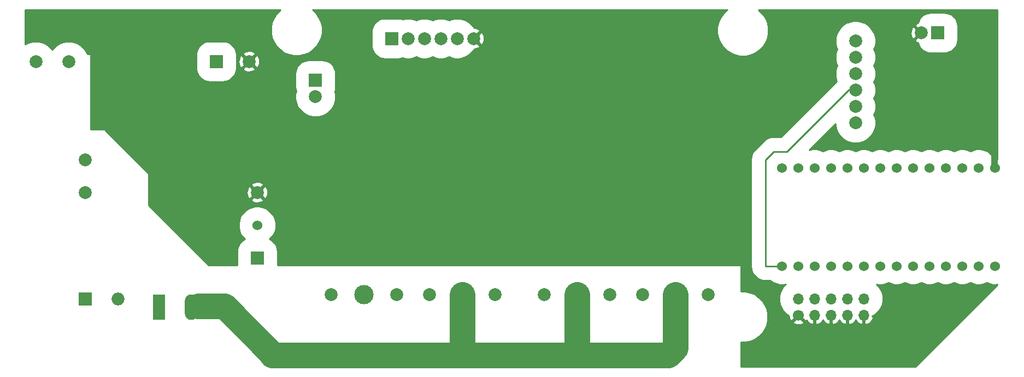
<source format=gbr>
G04 #@! TF.GenerationSoftware,KiCad,Pcbnew,5.1.5*
G04 #@! TF.CreationDate,2020-01-03T21:14:40-05:00*
G04 #@! TF.ProjectId,Poofer Control,506f6f66-6572-4204-936f-6e74726f6c2e,rev?*
G04 #@! TF.SameCoordinates,Original*
G04 #@! TF.FileFunction,Copper,L1,Top*
G04 #@! TF.FilePolarity,Positive*
%FSLAX46Y46*%
G04 Gerber Fmt 4.6, Leading zero omitted, Abs format (unit mm)*
G04 Created by KiCad (PCBNEW 5.1.5) date 2020-01-03 21:14:40*
%MOMM*%
%LPD*%
G04 APERTURE LIST*
%ADD10C,2.000000*%
%ADD11R,2.000000X2.000000*%
%ADD12C,3.000000*%
%ADD13O,1.980000X3.960000*%
%ADD14R,1.980000X3.960000*%
%ADD15C,1.524000*%
%ADD16O,2.000000X2.000000*%
%ADD17C,1.700000*%
%ADD18O,1.700000X1.700000*%
%ADD19C,0.800000*%
%ADD20C,0.250000*%
%ADD21C,4.000000*%
%ADD22C,1.000000*%
%ADD23C,0.254000*%
G04 APERTURE END LIST*
D10*
X144018000Y-54864000D03*
X141478000Y-54864000D03*
X138938000Y-54864000D03*
X136398000Y-54864000D03*
X133858000Y-54864000D03*
D11*
X131318000Y-54864000D03*
D10*
X119507000Y-63881000D03*
D11*
X119507000Y-61341000D03*
D10*
X147320000Y-94615000D03*
D12*
X142240000Y-94615000D03*
D10*
X137160000Y-94615000D03*
X132080000Y-94615000D03*
D12*
X127000000Y-94615000D03*
D10*
X121920000Y-94615000D03*
X154940000Y-94615000D03*
D12*
X160020000Y-94615000D03*
D10*
X165100000Y-94615000D03*
X170180000Y-94615000D03*
D12*
X175260000Y-94615000D03*
D10*
X180340000Y-94615000D03*
D13*
X100250000Y-96520000D03*
D14*
X95250000Y-96520000D03*
D10*
X110490000Y-78740000D03*
D15*
X110490000Y-83820000D03*
D11*
X110490000Y-88900000D03*
D10*
X83820000Y-78740000D03*
X83820000Y-73660000D03*
D15*
X191770000Y-74930000D03*
X194310000Y-74930000D03*
X196850000Y-74930000D03*
X199390000Y-74930000D03*
X201930000Y-74930000D03*
X204470000Y-74930000D03*
X207010000Y-74930000D03*
X209550000Y-74930000D03*
X212090000Y-74930000D03*
X214630000Y-74930000D03*
X217170000Y-74930000D03*
X219710000Y-74930000D03*
X222250000Y-74930000D03*
X224790000Y-74930000D03*
X224790000Y-90170000D03*
X222250000Y-90170000D03*
X219710000Y-90170000D03*
X217170000Y-90170000D03*
X214630000Y-90170000D03*
X212090000Y-90170000D03*
X209550000Y-90170000D03*
X207010000Y-90170000D03*
X204470000Y-90170000D03*
X201930000Y-90170000D03*
X199390000Y-90170000D03*
X196850000Y-90170000D03*
X194310000Y-90170000D03*
X191770000Y-90170000D03*
D10*
X203200000Y-67945000D03*
X203200000Y-65405000D03*
X203200000Y-62865000D03*
X203200000Y-60325000D03*
X203200000Y-57785000D03*
X203200000Y-55245000D03*
X213360000Y-53975000D03*
D11*
X215900000Y-53975000D03*
D10*
X81280000Y-58420000D03*
X76200000Y-58420000D03*
D11*
X104140000Y-58420000D03*
D10*
X109220000Y-58420000D03*
D16*
X88900000Y-95250000D03*
D11*
X83820000Y-95250000D03*
D17*
X194310000Y-97790000D03*
D18*
X194310000Y-95250000D03*
X196850000Y-97790000D03*
X196850000Y-95250000D03*
X199390000Y-97790000D03*
X199390000Y-95250000D03*
X201930000Y-97790000D03*
X201930000Y-95250000D03*
X204470000Y-97790000D03*
X204470000Y-95250000D03*
D19*
X224700000Y-70800000D03*
D20*
X191770000Y-90170000D02*
X189230000Y-90170000D01*
X202122370Y-62865000D02*
X192597370Y-72390000D01*
X203200000Y-62865000D02*
X202122370Y-62865000D01*
X192597370Y-72390000D02*
X190500000Y-72390000D01*
X190500000Y-72390000D02*
X189230000Y-73660000D01*
X189230000Y-73660000D02*
X189230000Y-90170000D01*
D21*
X175260000Y-102940000D02*
X175260000Y-94615000D01*
X174200000Y-104000000D02*
X175260000Y-102940000D01*
X160020000Y-103420000D02*
X160600000Y-104000000D01*
X160020000Y-94615000D02*
X160020000Y-103420000D01*
X160600000Y-104000000D02*
X174200000Y-104000000D01*
X142240000Y-103540000D02*
X142700000Y-104000000D01*
X142240000Y-94615000D02*
X142240000Y-103540000D01*
X112800000Y-104000000D02*
X142700000Y-104000000D01*
X142700000Y-104000000D02*
X160600000Y-104000000D01*
X112800000Y-104000000D02*
X112800000Y-103800000D01*
X112800000Y-103800000D02*
X105400000Y-96400000D01*
X105400000Y-96400000D02*
X101400000Y-96400000D01*
D22*
X224700000Y-74840000D02*
X224790000Y-74930000D01*
X224700000Y-70800000D02*
X224700000Y-74840000D01*
D23*
G36*
X114046130Y-50445540D02*
G01*
X113491160Y-51000510D01*
X113055122Y-51653087D01*
X112754775Y-52378190D01*
X112601659Y-53147957D01*
X112601659Y-53932803D01*
X112754775Y-54702570D01*
X113055122Y-55427673D01*
X113491160Y-56080250D01*
X114046130Y-56635220D01*
X114698707Y-57071258D01*
X115423810Y-57371605D01*
X116193577Y-57524721D01*
X116978423Y-57524721D01*
X117748190Y-57371605D01*
X118473293Y-57071258D01*
X119125870Y-56635220D01*
X119680840Y-56080250D01*
X120116878Y-55427673D01*
X120417225Y-54702570D01*
X120570341Y-53932803D01*
X120570341Y-53864000D01*
X128180709Y-53864000D01*
X128180709Y-55864000D01*
X128221776Y-56280965D01*
X128343401Y-56681906D01*
X128540907Y-57051415D01*
X128806707Y-57375293D01*
X129130585Y-57641093D01*
X129500094Y-57838599D01*
X129901035Y-57960224D01*
X130318000Y-58001291D01*
X132318000Y-58001291D01*
X132734965Y-57960224D01*
X132996479Y-57880894D01*
X133550017Y-57991000D01*
X134165983Y-57991000D01*
X134770112Y-57870831D01*
X135128000Y-57722589D01*
X135485888Y-57870831D01*
X136090017Y-57991000D01*
X136705983Y-57991000D01*
X137310112Y-57870831D01*
X137668000Y-57722589D01*
X138025888Y-57870831D01*
X138630017Y-57991000D01*
X139245983Y-57991000D01*
X139850112Y-57870831D01*
X140208000Y-57722589D01*
X140565888Y-57870831D01*
X141170017Y-57991000D01*
X141785983Y-57991000D01*
X142390112Y-57870831D01*
X142959190Y-57635111D01*
X143471346Y-57292899D01*
X143906899Y-56857346D01*
X144148029Y-56496471D01*
X144399675Y-56461961D01*
X144704088Y-56356795D01*
X144878044Y-56263814D01*
X144973808Y-55999413D01*
X144528910Y-55554515D01*
X144588506Y-55254901D01*
X145153413Y-55819808D01*
X145417814Y-55724044D01*
X145558704Y-55434429D01*
X145640384Y-55122892D01*
X145659718Y-54801405D01*
X145615961Y-54482325D01*
X145510795Y-54177912D01*
X145417814Y-54003956D01*
X145153413Y-53908192D01*
X144588506Y-54473099D01*
X144528910Y-54173485D01*
X144973808Y-53728587D01*
X144878044Y-53464186D01*
X144588429Y-53323296D01*
X144276892Y-53241616D01*
X144149655Y-53233964D01*
X143906899Y-52870654D01*
X143471346Y-52435101D01*
X142959190Y-52092889D01*
X142390112Y-51857169D01*
X141785983Y-51737000D01*
X141170017Y-51737000D01*
X140565888Y-51857169D01*
X140208000Y-52005411D01*
X139850112Y-51857169D01*
X139245983Y-51737000D01*
X138630017Y-51737000D01*
X138025888Y-51857169D01*
X137668000Y-52005411D01*
X137310112Y-51857169D01*
X136705983Y-51737000D01*
X136090017Y-51737000D01*
X135485888Y-51857169D01*
X135128000Y-52005411D01*
X134770112Y-51857169D01*
X134165983Y-51737000D01*
X133550017Y-51737000D01*
X132996479Y-51847106D01*
X132734965Y-51767776D01*
X132318000Y-51726709D01*
X130318000Y-51726709D01*
X129901035Y-51767776D01*
X129500094Y-51889401D01*
X129130585Y-52086907D01*
X128806707Y-52352707D01*
X128540907Y-52676585D01*
X128343401Y-53046094D01*
X128221776Y-53447035D01*
X128180709Y-53864000D01*
X120570341Y-53864000D01*
X120570341Y-53147957D01*
X120417225Y-52378190D01*
X120116878Y-51653087D01*
X119680840Y-51000510D01*
X119125870Y-50445540D01*
X119075674Y-50412000D01*
X183318194Y-50412000D01*
X183187750Y-50499160D01*
X182632780Y-51054130D01*
X182196742Y-51706707D01*
X181896395Y-52431810D01*
X181743279Y-53201577D01*
X181743279Y-53986423D01*
X181896395Y-54756190D01*
X182196742Y-55481293D01*
X182632780Y-56133870D01*
X183187750Y-56688840D01*
X183840327Y-57124878D01*
X184565430Y-57425225D01*
X185335197Y-57578341D01*
X186120043Y-57578341D01*
X186889810Y-57425225D01*
X187614913Y-57124878D01*
X188267490Y-56688840D01*
X188822460Y-56133870D01*
X189258498Y-55481293D01*
X189558845Y-54756190D01*
X189711961Y-53986423D01*
X189711961Y-53201577D01*
X189558845Y-52431810D01*
X189258498Y-51706707D01*
X188822460Y-51054130D01*
X188267490Y-50499160D01*
X188137046Y-50412000D01*
X225178000Y-50412000D01*
X225178001Y-73586911D01*
X224992865Y-73540977D01*
X224790104Y-73531471D01*
X224494033Y-73088370D01*
X224091630Y-72685967D01*
X223618455Y-72369801D01*
X223092690Y-72152022D01*
X222534542Y-72041000D01*
X221965458Y-72041000D01*
X221407310Y-72152022D01*
X220980000Y-72329020D01*
X220552690Y-72152022D01*
X219994542Y-72041000D01*
X219425458Y-72041000D01*
X218867310Y-72152022D01*
X218440000Y-72329020D01*
X218012690Y-72152022D01*
X217454542Y-72041000D01*
X216885458Y-72041000D01*
X216327310Y-72152022D01*
X215900000Y-72329020D01*
X215472690Y-72152022D01*
X214914542Y-72041000D01*
X214345458Y-72041000D01*
X213787310Y-72152022D01*
X213360000Y-72329020D01*
X212932690Y-72152022D01*
X212374542Y-72041000D01*
X211805458Y-72041000D01*
X211247310Y-72152022D01*
X210820000Y-72329020D01*
X210392690Y-72152022D01*
X209834542Y-72041000D01*
X209265458Y-72041000D01*
X208707310Y-72152022D01*
X208280000Y-72329020D01*
X207852690Y-72152022D01*
X207294542Y-72041000D01*
X206725458Y-72041000D01*
X206167310Y-72152022D01*
X205740000Y-72329020D01*
X205312690Y-72152022D01*
X204754542Y-72041000D01*
X204185458Y-72041000D01*
X203627310Y-72152022D01*
X203200000Y-72329020D01*
X202772690Y-72152022D01*
X202214542Y-72041000D01*
X201645458Y-72041000D01*
X201087310Y-72152022D01*
X200660000Y-72329020D01*
X200232690Y-72152022D01*
X199674542Y-72041000D01*
X199105458Y-72041000D01*
X198547310Y-72152022D01*
X198120000Y-72329020D01*
X197692690Y-72152022D01*
X197134542Y-72041000D01*
X196565458Y-72041000D01*
X196023345Y-72148832D01*
X200073000Y-68099178D01*
X200073000Y-68252983D01*
X200193169Y-68857112D01*
X200428889Y-69426190D01*
X200771101Y-69938346D01*
X201206654Y-70373899D01*
X201718810Y-70716111D01*
X202287888Y-70951831D01*
X202892017Y-71072000D01*
X203507983Y-71072000D01*
X204112112Y-70951831D01*
X204681190Y-70716111D01*
X205193346Y-70373899D01*
X205628899Y-69938346D01*
X205971111Y-69426190D01*
X206206831Y-68857112D01*
X206327000Y-68252983D01*
X206327000Y-67637017D01*
X206206831Y-67032888D01*
X206058589Y-66675000D01*
X206206831Y-66317112D01*
X206327000Y-65712983D01*
X206327000Y-65097017D01*
X206206831Y-64492888D01*
X206058589Y-64135000D01*
X206206831Y-63777112D01*
X206327000Y-63172983D01*
X206327000Y-62557017D01*
X206206831Y-61952888D01*
X206058589Y-61595000D01*
X206206831Y-61237112D01*
X206327000Y-60632983D01*
X206327000Y-60017017D01*
X206206831Y-59412888D01*
X206058589Y-59055000D01*
X206206831Y-58697112D01*
X206327000Y-58092983D01*
X206327000Y-57477017D01*
X206206831Y-56872888D01*
X206058589Y-56515000D01*
X206206831Y-56157112D01*
X206327000Y-55552983D01*
X206327000Y-54937017D01*
X206206831Y-54332888D01*
X206084517Y-54037595D01*
X211718282Y-54037595D01*
X211762039Y-54356675D01*
X211867205Y-54661088D01*
X211960186Y-54835044D01*
X212224587Y-54930808D01*
X212762709Y-54392686D01*
X212762709Y-54751896D01*
X212404192Y-55110413D01*
X212499956Y-55374814D01*
X212789571Y-55515704D01*
X212845783Y-55530442D01*
X212925401Y-55792906D01*
X213122907Y-56162415D01*
X213388707Y-56486293D01*
X213712585Y-56752093D01*
X214082094Y-56949599D01*
X214483035Y-57071224D01*
X214900000Y-57112291D01*
X216900000Y-57112291D01*
X217316965Y-57071224D01*
X217717906Y-56949599D01*
X218087415Y-56752093D01*
X218411293Y-56486293D01*
X218677093Y-56162415D01*
X218874599Y-55792906D01*
X218996224Y-55391965D01*
X219037291Y-54975000D01*
X219037291Y-52975000D01*
X218996224Y-52558035D01*
X218874599Y-52157094D01*
X218677093Y-51787585D01*
X218411293Y-51463707D01*
X218087415Y-51197907D01*
X217717906Y-51000401D01*
X217316965Y-50878776D01*
X216900000Y-50837709D01*
X214900000Y-50837709D01*
X214483035Y-50878776D01*
X214082094Y-51000401D01*
X213712585Y-51197907D01*
X213388707Y-51463707D01*
X213122907Y-51787585D01*
X212925401Y-52157094D01*
X212844675Y-52423211D01*
X212673912Y-52482205D01*
X212499956Y-52575186D01*
X212404192Y-52839587D01*
X212762709Y-53198104D01*
X212762709Y-53557314D01*
X212224587Y-53019192D01*
X211960186Y-53114956D01*
X211819296Y-53404571D01*
X211737616Y-53716108D01*
X211718282Y-54037595D01*
X206084517Y-54037595D01*
X205971111Y-53763810D01*
X205628899Y-53251654D01*
X205193346Y-52816101D01*
X204681190Y-52473889D01*
X204112112Y-52238169D01*
X203507983Y-52118000D01*
X202892017Y-52118000D01*
X202287888Y-52238169D01*
X201718810Y-52473889D01*
X201206654Y-52816101D01*
X200771101Y-53251654D01*
X200428889Y-53763810D01*
X200193169Y-54332888D01*
X200073000Y-54937017D01*
X200073000Y-55552983D01*
X200193169Y-56157112D01*
X200341411Y-56515000D01*
X200193169Y-56872888D01*
X200073000Y-57477017D01*
X200073000Y-58092983D01*
X200193169Y-58697112D01*
X200341411Y-59055000D01*
X200193169Y-59412888D01*
X200073000Y-60017017D01*
X200073000Y-60632983D01*
X200193169Y-61237112D01*
X200302207Y-61500354D01*
X191664563Y-70138000D01*
X190610618Y-70138000D01*
X190499999Y-70127105D01*
X190389381Y-70138000D01*
X190389371Y-70138000D01*
X190058531Y-70170585D01*
X189634027Y-70299357D01*
X189242802Y-70508471D01*
X188899891Y-70789891D01*
X188829365Y-70875827D01*
X187715831Y-71989361D01*
X187629891Y-72059891D01*
X187348471Y-72402802D01*
X187139357Y-72794028D01*
X187010585Y-73218532D01*
X186978000Y-73549372D01*
X186978000Y-73549379D01*
X186967105Y-73660000D01*
X186978000Y-73770621D01*
X186978001Y-90059361D01*
X186967104Y-90170000D01*
X187010585Y-90611469D01*
X187139357Y-91035973D01*
X187348471Y-91427198D01*
X187629891Y-91770109D01*
X187972802Y-92051529D01*
X188364027Y-92260643D01*
X188788531Y-92389415D01*
X189119371Y-92422000D01*
X189119372Y-92422000D01*
X189230000Y-92432896D01*
X189340629Y-92422000D01*
X189940293Y-92422000D01*
X190401545Y-92730199D01*
X190927310Y-92947978D01*
X191485458Y-93059000D01*
X192054542Y-93059000D01*
X192349571Y-93000315D01*
X191997613Y-93352273D01*
X191671817Y-93839862D01*
X191447405Y-94381641D01*
X191333000Y-94956791D01*
X191333000Y-95543209D01*
X191447405Y-96118359D01*
X191671817Y-96660138D01*
X191997613Y-97147727D01*
X192412273Y-97562387D01*
X192820607Y-97835227D01*
X192819389Y-97858531D01*
X192861401Y-98148019D01*
X192959081Y-98423747D01*
X193032528Y-98561157D01*
X193281603Y-98638792D01*
X193747050Y-98173345D01*
X194016791Y-98227000D01*
X194052605Y-98227000D01*
X193461208Y-98818397D01*
X193538843Y-99067472D01*
X193802883Y-99193371D01*
X194086411Y-99265339D01*
X194378531Y-99280611D01*
X194668019Y-99238599D01*
X194943747Y-99140919D01*
X195081157Y-99067472D01*
X195158792Y-98818397D01*
X194567395Y-98227000D01*
X194603209Y-98227000D01*
X194872950Y-98173345D01*
X195338397Y-98638792D01*
X195587472Y-98561157D01*
X195588231Y-98559564D01*
X195654822Y-98671355D01*
X195849731Y-98887588D01*
X196083080Y-99061641D01*
X196345901Y-99186825D01*
X196493110Y-99231476D01*
X196723000Y-99110155D01*
X196723000Y-98227000D01*
X196977000Y-98227000D01*
X196977000Y-99110155D01*
X197206890Y-99231476D01*
X197354099Y-99186825D01*
X197616920Y-99061641D01*
X197850269Y-98887588D01*
X198045178Y-98671355D01*
X198120000Y-98545745D01*
X198194822Y-98671355D01*
X198389731Y-98887588D01*
X198623080Y-99061641D01*
X198885901Y-99186825D01*
X199033110Y-99231476D01*
X199263000Y-99110155D01*
X199263000Y-98227000D01*
X199517000Y-98227000D01*
X199517000Y-99110155D01*
X199746890Y-99231476D01*
X199894099Y-99186825D01*
X200156920Y-99061641D01*
X200390269Y-98887588D01*
X200585178Y-98671355D01*
X200660000Y-98545745D01*
X200734822Y-98671355D01*
X200929731Y-98887588D01*
X201163080Y-99061641D01*
X201425901Y-99186825D01*
X201573110Y-99231476D01*
X201803000Y-99110155D01*
X201803000Y-98227000D01*
X202057000Y-98227000D01*
X202057000Y-99110155D01*
X202286890Y-99231476D01*
X202434099Y-99186825D01*
X202696920Y-99061641D01*
X202930269Y-98887588D01*
X203125178Y-98671355D01*
X203200000Y-98545745D01*
X203274822Y-98671355D01*
X203469731Y-98887588D01*
X203703080Y-99061641D01*
X203965901Y-99186825D01*
X204113110Y-99231476D01*
X204343000Y-99110155D01*
X204343000Y-98227000D01*
X204597000Y-98227000D01*
X204597000Y-99110155D01*
X204826890Y-99231476D01*
X204974099Y-99186825D01*
X205236920Y-99061641D01*
X205470269Y-98887588D01*
X205665178Y-98671355D01*
X205814157Y-98421252D01*
X205911481Y-98146891D01*
X205794342Y-97923721D01*
X205810563Y-97917002D01*
X205955000Y-97917002D01*
X205955000Y-97838162D01*
X206367727Y-97562387D01*
X206782387Y-97147727D01*
X207108183Y-96660138D01*
X207332595Y-96118359D01*
X207447000Y-95543209D01*
X207447000Y-94956791D01*
X207332595Y-94381641D01*
X207108183Y-93839862D01*
X206782387Y-93352273D01*
X206430429Y-93000315D01*
X206725458Y-93059000D01*
X207294542Y-93059000D01*
X207852690Y-92947978D01*
X208280000Y-92770980D01*
X208707310Y-92947978D01*
X209265458Y-93059000D01*
X209834542Y-93059000D01*
X210392690Y-92947978D01*
X210820000Y-92770980D01*
X211247310Y-92947978D01*
X211805458Y-93059000D01*
X212374542Y-93059000D01*
X212932690Y-92947978D01*
X213360000Y-92770980D01*
X213787310Y-92947978D01*
X214345458Y-93059000D01*
X214914542Y-93059000D01*
X215472690Y-92947978D01*
X215900000Y-92770980D01*
X216327310Y-92947978D01*
X216885458Y-93059000D01*
X217454542Y-93059000D01*
X218012690Y-92947978D01*
X218440000Y-92770980D01*
X218867310Y-92947978D01*
X219425458Y-93059000D01*
X219994542Y-93059000D01*
X220552690Y-92947978D01*
X220980000Y-92770980D01*
X221407310Y-92947978D01*
X221965458Y-93059000D01*
X222534542Y-93059000D01*
X223092690Y-92947978D01*
X223520000Y-92770980D01*
X223947310Y-92947978D01*
X224505458Y-93059000D01*
X225074542Y-93059000D01*
X225178001Y-93038421D01*
X225178001Y-93088611D01*
X212468614Y-105798000D01*
X185427000Y-105798000D01*
X185427000Y-102010995D01*
X186062937Y-102010995D01*
X186825864Y-101859239D01*
X187544526Y-101561560D01*
X188191305Y-101129396D01*
X188741345Y-100579356D01*
X189173509Y-99932577D01*
X189471188Y-99213915D01*
X189622944Y-98450988D01*
X189622944Y-97673114D01*
X189471188Y-96910187D01*
X189173509Y-96191525D01*
X188741345Y-95544746D01*
X188191305Y-94994706D01*
X187544526Y-94562542D01*
X186825864Y-94264863D01*
X186062937Y-94113107D01*
X185427000Y-94113107D01*
X185427000Y-90200000D01*
X185424560Y-90175224D01*
X185417333Y-90151399D01*
X185405597Y-90129443D01*
X185389803Y-90110197D01*
X185370557Y-90094403D01*
X185348601Y-90082667D01*
X185324776Y-90075440D01*
X185300000Y-90073000D01*
X113610252Y-90073000D01*
X113627291Y-89900000D01*
X113627291Y-87900000D01*
X113586224Y-87483035D01*
X113464599Y-87082094D01*
X113267093Y-86712585D01*
X113001293Y-86388707D01*
X112677415Y-86122907D01*
X112413709Y-85981954D01*
X112734033Y-85661630D01*
X113050199Y-85188455D01*
X113267978Y-84662690D01*
X113379000Y-84104542D01*
X113379000Y-83535458D01*
X113267978Y-82977310D01*
X113050199Y-82451545D01*
X112734033Y-81978370D01*
X112331630Y-81575967D01*
X111858455Y-81259801D01*
X111332690Y-81042022D01*
X110774542Y-80931000D01*
X110205458Y-80931000D01*
X109647310Y-81042022D01*
X109121545Y-81259801D01*
X108648370Y-81575967D01*
X108245967Y-81978370D01*
X107929801Y-82451545D01*
X107712022Y-82977310D01*
X107601000Y-83535458D01*
X107601000Y-84104542D01*
X107712022Y-84662690D01*
X107929801Y-85188455D01*
X108245967Y-85661630D01*
X108566291Y-85981954D01*
X108302585Y-86122907D01*
X107978707Y-86388707D01*
X107712907Y-86712585D01*
X107515401Y-87082094D01*
X107393776Y-87483035D01*
X107352709Y-87900000D01*
X107352709Y-89900000D01*
X107369748Y-90073000D01*
X102952606Y-90073000D01*
X93627000Y-80747394D01*
X93627000Y-79875413D01*
X109534192Y-79875413D01*
X109629956Y-80139814D01*
X109919571Y-80280704D01*
X110231108Y-80362384D01*
X110552595Y-80381718D01*
X110871675Y-80337961D01*
X111176088Y-80232795D01*
X111350044Y-80139814D01*
X111445808Y-79875413D01*
X110490000Y-78919605D01*
X109534192Y-79875413D01*
X93627000Y-79875413D01*
X93627000Y-78802595D01*
X108848282Y-78802595D01*
X108892039Y-79121675D01*
X108997205Y-79426088D01*
X109090186Y-79600044D01*
X109354587Y-79695808D01*
X110310395Y-78740000D01*
X110669605Y-78740000D01*
X111625413Y-79695808D01*
X111889814Y-79600044D01*
X112030704Y-79310429D01*
X112112384Y-78998892D01*
X112131718Y-78677405D01*
X112087961Y-78358325D01*
X111982795Y-78053912D01*
X111889814Y-77879956D01*
X111625413Y-77784192D01*
X110669605Y-78740000D01*
X110310395Y-78740000D01*
X109354587Y-77784192D01*
X109090186Y-77879956D01*
X108949296Y-78169571D01*
X108867616Y-78481108D01*
X108848282Y-78802595D01*
X93627000Y-78802595D01*
X93627000Y-77604587D01*
X109534192Y-77604587D01*
X110490000Y-78560395D01*
X111445808Y-77604587D01*
X111350044Y-77340186D01*
X111060429Y-77199296D01*
X110748892Y-77117616D01*
X110427405Y-77098282D01*
X110108325Y-77142039D01*
X109803912Y-77247205D01*
X109629956Y-77340186D01*
X109534192Y-77604587D01*
X93627000Y-77604587D01*
X93627000Y-75800000D01*
X93624560Y-75775224D01*
X93617333Y-75751399D01*
X93605597Y-75729443D01*
X93589803Y-75710197D01*
X86889803Y-69010197D01*
X86870557Y-68994403D01*
X86848601Y-68982667D01*
X86824776Y-68975440D01*
X86800000Y-68973000D01*
X84727000Y-68973000D01*
X84727000Y-57420000D01*
X101002709Y-57420000D01*
X101002709Y-59420000D01*
X101043776Y-59836965D01*
X101165401Y-60237906D01*
X101362907Y-60607415D01*
X101628707Y-60931293D01*
X101952585Y-61197093D01*
X102322094Y-61394599D01*
X102723035Y-61516224D01*
X103140000Y-61557291D01*
X105140000Y-61557291D01*
X105556965Y-61516224D01*
X105957906Y-61394599D01*
X106327415Y-61197093D01*
X106651293Y-60931293D01*
X106917093Y-60607415D01*
X107059494Y-60341000D01*
X116369709Y-60341000D01*
X116369709Y-62341000D01*
X116410776Y-62757965D01*
X116490106Y-63019479D01*
X116380000Y-63573017D01*
X116380000Y-64188983D01*
X116500169Y-64793112D01*
X116735889Y-65362190D01*
X117078101Y-65874346D01*
X117513654Y-66309899D01*
X118025810Y-66652111D01*
X118594888Y-66887831D01*
X119199017Y-67008000D01*
X119814983Y-67008000D01*
X120419112Y-66887831D01*
X120988190Y-66652111D01*
X121500346Y-66309899D01*
X121935899Y-65874346D01*
X122278111Y-65362190D01*
X122513831Y-64793112D01*
X122634000Y-64188983D01*
X122634000Y-63573017D01*
X122523894Y-63019479D01*
X122603224Y-62757965D01*
X122644291Y-62341000D01*
X122644291Y-60341000D01*
X122603224Y-59924035D01*
X122481599Y-59523094D01*
X122284093Y-59153585D01*
X122018293Y-58829707D01*
X121694415Y-58563907D01*
X121324906Y-58366401D01*
X120923965Y-58244776D01*
X120507000Y-58203709D01*
X118507000Y-58203709D01*
X118090035Y-58244776D01*
X117689094Y-58366401D01*
X117319585Y-58563907D01*
X116995707Y-58829707D01*
X116729907Y-59153585D01*
X116532401Y-59523094D01*
X116410776Y-59924035D01*
X116369709Y-60341000D01*
X107059494Y-60341000D01*
X107114599Y-60237906D01*
X107236224Y-59836965D01*
X107263954Y-59555413D01*
X108264192Y-59555413D01*
X108359956Y-59819814D01*
X108649571Y-59960704D01*
X108961108Y-60042384D01*
X109282595Y-60061718D01*
X109601675Y-60017961D01*
X109906088Y-59912795D01*
X110080044Y-59819814D01*
X110175808Y-59555413D01*
X109220000Y-58599605D01*
X108264192Y-59555413D01*
X107263954Y-59555413D01*
X107277291Y-59420000D01*
X107277291Y-58482595D01*
X107578282Y-58482595D01*
X107622039Y-58801675D01*
X107727205Y-59106088D01*
X107820186Y-59280044D01*
X108084587Y-59375808D01*
X109040395Y-58420000D01*
X109399605Y-58420000D01*
X110355413Y-59375808D01*
X110619814Y-59280044D01*
X110760704Y-58990429D01*
X110842384Y-58678892D01*
X110861718Y-58357405D01*
X110817961Y-58038325D01*
X110712795Y-57733912D01*
X110619814Y-57559956D01*
X110355413Y-57464192D01*
X109399605Y-58420000D01*
X109040395Y-58420000D01*
X108084587Y-57464192D01*
X107820186Y-57559956D01*
X107679296Y-57849571D01*
X107597616Y-58161108D01*
X107578282Y-58482595D01*
X107277291Y-58482595D01*
X107277291Y-57420000D01*
X107263955Y-57284587D01*
X108264192Y-57284587D01*
X109220000Y-58240395D01*
X110175808Y-57284587D01*
X110080044Y-57020186D01*
X109790429Y-56879296D01*
X109478892Y-56797616D01*
X109157405Y-56778282D01*
X108838325Y-56822039D01*
X108533912Y-56927205D01*
X108359956Y-57020186D01*
X108264192Y-57284587D01*
X107263955Y-57284587D01*
X107236224Y-57003035D01*
X107114599Y-56602094D01*
X106917093Y-56232585D01*
X106651293Y-55908707D01*
X106327415Y-55642907D01*
X105957906Y-55445401D01*
X105556965Y-55323776D01*
X105140000Y-55282709D01*
X103140000Y-55282709D01*
X102723035Y-55323776D01*
X102322094Y-55445401D01*
X101952585Y-55642907D01*
X101628707Y-55908707D01*
X101362907Y-56232585D01*
X101165401Y-56602094D01*
X101043776Y-57003035D01*
X101002709Y-57420000D01*
X84727000Y-57420000D01*
X84727000Y-57400000D01*
X84724560Y-57375224D01*
X84717333Y-57351399D01*
X84705597Y-57329443D01*
X84689803Y-57310197D01*
X84670557Y-57294403D01*
X84648601Y-57282667D01*
X84624776Y-57275440D01*
X84600000Y-57273000D01*
X84189537Y-57273000D01*
X84051111Y-56938810D01*
X83708899Y-56426654D01*
X83273346Y-55991101D01*
X82761190Y-55648889D01*
X82192112Y-55413169D01*
X81587983Y-55293000D01*
X80972017Y-55293000D01*
X80367888Y-55413169D01*
X79798810Y-55648889D01*
X79286654Y-55991101D01*
X78851101Y-56426654D01*
X78740000Y-56592928D01*
X78628899Y-56426654D01*
X78193346Y-55991101D01*
X77681190Y-55648889D01*
X77112112Y-55413169D01*
X76507983Y-55293000D01*
X75892017Y-55293000D01*
X75287888Y-55413169D01*
X74718810Y-55648889D01*
X74542000Y-55767030D01*
X74542000Y-50412000D01*
X114096326Y-50412000D01*
X114046130Y-50445540D01*
G37*
X114046130Y-50445540D02*
X113491160Y-51000510D01*
X113055122Y-51653087D01*
X112754775Y-52378190D01*
X112601659Y-53147957D01*
X112601659Y-53932803D01*
X112754775Y-54702570D01*
X113055122Y-55427673D01*
X113491160Y-56080250D01*
X114046130Y-56635220D01*
X114698707Y-57071258D01*
X115423810Y-57371605D01*
X116193577Y-57524721D01*
X116978423Y-57524721D01*
X117748190Y-57371605D01*
X118473293Y-57071258D01*
X119125870Y-56635220D01*
X119680840Y-56080250D01*
X120116878Y-55427673D01*
X120417225Y-54702570D01*
X120570341Y-53932803D01*
X120570341Y-53864000D01*
X128180709Y-53864000D01*
X128180709Y-55864000D01*
X128221776Y-56280965D01*
X128343401Y-56681906D01*
X128540907Y-57051415D01*
X128806707Y-57375293D01*
X129130585Y-57641093D01*
X129500094Y-57838599D01*
X129901035Y-57960224D01*
X130318000Y-58001291D01*
X132318000Y-58001291D01*
X132734965Y-57960224D01*
X132996479Y-57880894D01*
X133550017Y-57991000D01*
X134165983Y-57991000D01*
X134770112Y-57870831D01*
X135128000Y-57722589D01*
X135485888Y-57870831D01*
X136090017Y-57991000D01*
X136705983Y-57991000D01*
X137310112Y-57870831D01*
X137668000Y-57722589D01*
X138025888Y-57870831D01*
X138630017Y-57991000D01*
X139245983Y-57991000D01*
X139850112Y-57870831D01*
X140208000Y-57722589D01*
X140565888Y-57870831D01*
X141170017Y-57991000D01*
X141785983Y-57991000D01*
X142390112Y-57870831D01*
X142959190Y-57635111D01*
X143471346Y-57292899D01*
X143906899Y-56857346D01*
X144148029Y-56496471D01*
X144399675Y-56461961D01*
X144704088Y-56356795D01*
X144878044Y-56263814D01*
X144973808Y-55999413D01*
X144528910Y-55554515D01*
X144588506Y-55254901D01*
X145153413Y-55819808D01*
X145417814Y-55724044D01*
X145558704Y-55434429D01*
X145640384Y-55122892D01*
X145659718Y-54801405D01*
X145615961Y-54482325D01*
X145510795Y-54177912D01*
X145417814Y-54003956D01*
X145153413Y-53908192D01*
X144588506Y-54473099D01*
X144528910Y-54173485D01*
X144973808Y-53728587D01*
X144878044Y-53464186D01*
X144588429Y-53323296D01*
X144276892Y-53241616D01*
X144149655Y-53233964D01*
X143906899Y-52870654D01*
X143471346Y-52435101D01*
X142959190Y-52092889D01*
X142390112Y-51857169D01*
X141785983Y-51737000D01*
X141170017Y-51737000D01*
X140565888Y-51857169D01*
X140208000Y-52005411D01*
X139850112Y-51857169D01*
X139245983Y-51737000D01*
X138630017Y-51737000D01*
X138025888Y-51857169D01*
X137668000Y-52005411D01*
X137310112Y-51857169D01*
X136705983Y-51737000D01*
X136090017Y-51737000D01*
X135485888Y-51857169D01*
X135128000Y-52005411D01*
X134770112Y-51857169D01*
X134165983Y-51737000D01*
X133550017Y-51737000D01*
X132996479Y-51847106D01*
X132734965Y-51767776D01*
X132318000Y-51726709D01*
X130318000Y-51726709D01*
X129901035Y-51767776D01*
X129500094Y-51889401D01*
X129130585Y-52086907D01*
X128806707Y-52352707D01*
X128540907Y-52676585D01*
X128343401Y-53046094D01*
X128221776Y-53447035D01*
X128180709Y-53864000D01*
X120570341Y-53864000D01*
X120570341Y-53147957D01*
X120417225Y-52378190D01*
X120116878Y-51653087D01*
X119680840Y-51000510D01*
X119125870Y-50445540D01*
X119075674Y-50412000D01*
X183318194Y-50412000D01*
X183187750Y-50499160D01*
X182632780Y-51054130D01*
X182196742Y-51706707D01*
X181896395Y-52431810D01*
X181743279Y-53201577D01*
X181743279Y-53986423D01*
X181896395Y-54756190D01*
X182196742Y-55481293D01*
X182632780Y-56133870D01*
X183187750Y-56688840D01*
X183840327Y-57124878D01*
X184565430Y-57425225D01*
X185335197Y-57578341D01*
X186120043Y-57578341D01*
X186889810Y-57425225D01*
X187614913Y-57124878D01*
X188267490Y-56688840D01*
X188822460Y-56133870D01*
X189258498Y-55481293D01*
X189558845Y-54756190D01*
X189711961Y-53986423D01*
X189711961Y-53201577D01*
X189558845Y-52431810D01*
X189258498Y-51706707D01*
X188822460Y-51054130D01*
X188267490Y-50499160D01*
X188137046Y-50412000D01*
X225178000Y-50412000D01*
X225178001Y-73586911D01*
X224992865Y-73540977D01*
X224790104Y-73531471D01*
X224494033Y-73088370D01*
X224091630Y-72685967D01*
X223618455Y-72369801D01*
X223092690Y-72152022D01*
X222534542Y-72041000D01*
X221965458Y-72041000D01*
X221407310Y-72152022D01*
X220980000Y-72329020D01*
X220552690Y-72152022D01*
X219994542Y-72041000D01*
X219425458Y-72041000D01*
X218867310Y-72152022D01*
X218440000Y-72329020D01*
X218012690Y-72152022D01*
X217454542Y-72041000D01*
X216885458Y-72041000D01*
X216327310Y-72152022D01*
X215900000Y-72329020D01*
X215472690Y-72152022D01*
X214914542Y-72041000D01*
X214345458Y-72041000D01*
X213787310Y-72152022D01*
X213360000Y-72329020D01*
X212932690Y-72152022D01*
X212374542Y-72041000D01*
X211805458Y-72041000D01*
X211247310Y-72152022D01*
X210820000Y-72329020D01*
X210392690Y-72152022D01*
X209834542Y-72041000D01*
X209265458Y-72041000D01*
X208707310Y-72152022D01*
X208280000Y-72329020D01*
X207852690Y-72152022D01*
X207294542Y-72041000D01*
X206725458Y-72041000D01*
X206167310Y-72152022D01*
X205740000Y-72329020D01*
X205312690Y-72152022D01*
X204754542Y-72041000D01*
X204185458Y-72041000D01*
X203627310Y-72152022D01*
X203200000Y-72329020D01*
X202772690Y-72152022D01*
X202214542Y-72041000D01*
X201645458Y-72041000D01*
X201087310Y-72152022D01*
X200660000Y-72329020D01*
X200232690Y-72152022D01*
X199674542Y-72041000D01*
X199105458Y-72041000D01*
X198547310Y-72152022D01*
X198120000Y-72329020D01*
X197692690Y-72152022D01*
X197134542Y-72041000D01*
X196565458Y-72041000D01*
X196023345Y-72148832D01*
X200073000Y-68099178D01*
X200073000Y-68252983D01*
X200193169Y-68857112D01*
X200428889Y-69426190D01*
X200771101Y-69938346D01*
X201206654Y-70373899D01*
X201718810Y-70716111D01*
X202287888Y-70951831D01*
X202892017Y-71072000D01*
X203507983Y-71072000D01*
X204112112Y-70951831D01*
X204681190Y-70716111D01*
X205193346Y-70373899D01*
X205628899Y-69938346D01*
X205971111Y-69426190D01*
X206206831Y-68857112D01*
X206327000Y-68252983D01*
X206327000Y-67637017D01*
X206206831Y-67032888D01*
X206058589Y-66675000D01*
X206206831Y-66317112D01*
X206327000Y-65712983D01*
X206327000Y-65097017D01*
X206206831Y-64492888D01*
X206058589Y-64135000D01*
X206206831Y-63777112D01*
X206327000Y-63172983D01*
X206327000Y-62557017D01*
X206206831Y-61952888D01*
X206058589Y-61595000D01*
X206206831Y-61237112D01*
X206327000Y-60632983D01*
X206327000Y-60017017D01*
X206206831Y-59412888D01*
X206058589Y-59055000D01*
X206206831Y-58697112D01*
X206327000Y-58092983D01*
X206327000Y-57477017D01*
X206206831Y-56872888D01*
X206058589Y-56515000D01*
X206206831Y-56157112D01*
X206327000Y-55552983D01*
X206327000Y-54937017D01*
X206206831Y-54332888D01*
X206084517Y-54037595D01*
X211718282Y-54037595D01*
X211762039Y-54356675D01*
X211867205Y-54661088D01*
X211960186Y-54835044D01*
X212224587Y-54930808D01*
X212762709Y-54392686D01*
X212762709Y-54751896D01*
X212404192Y-55110413D01*
X212499956Y-55374814D01*
X212789571Y-55515704D01*
X212845783Y-55530442D01*
X212925401Y-55792906D01*
X213122907Y-56162415D01*
X213388707Y-56486293D01*
X213712585Y-56752093D01*
X214082094Y-56949599D01*
X214483035Y-57071224D01*
X214900000Y-57112291D01*
X216900000Y-57112291D01*
X217316965Y-57071224D01*
X217717906Y-56949599D01*
X218087415Y-56752093D01*
X218411293Y-56486293D01*
X218677093Y-56162415D01*
X218874599Y-55792906D01*
X218996224Y-55391965D01*
X219037291Y-54975000D01*
X219037291Y-52975000D01*
X218996224Y-52558035D01*
X218874599Y-52157094D01*
X218677093Y-51787585D01*
X218411293Y-51463707D01*
X218087415Y-51197907D01*
X217717906Y-51000401D01*
X217316965Y-50878776D01*
X216900000Y-50837709D01*
X214900000Y-50837709D01*
X214483035Y-50878776D01*
X214082094Y-51000401D01*
X213712585Y-51197907D01*
X213388707Y-51463707D01*
X213122907Y-51787585D01*
X212925401Y-52157094D01*
X212844675Y-52423211D01*
X212673912Y-52482205D01*
X212499956Y-52575186D01*
X212404192Y-52839587D01*
X212762709Y-53198104D01*
X212762709Y-53557314D01*
X212224587Y-53019192D01*
X211960186Y-53114956D01*
X211819296Y-53404571D01*
X211737616Y-53716108D01*
X211718282Y-54037595D01*
X206084517Y-54037595D01*
X205971111Y-53763810D01*
X205628899Y-53251654D01*
X205193346Y-52816101D01*
X204681190Y-52473889D01*
X204112112Y-52238169D01*
X203507983Y-52118000D01*
X202892017Y-52118000D01*
X202287888Y-52238169D01*
X201718810Y-52473889D01*
X201206654Y-52816101D01*
X200771101Y-53251654D01*
X200428889Y-53763810D01*
X200193169Y-54332888D01*
X200073000Y-54937017D01*
X200073000Y-55552983D01*
X200193169Y-56157112D01*
X200341411Y-56515000D01*
X200193169Y-56872888D01*
X200073000Y-57477017D01*
X200073000Y-58092983D01*
X200193169Y-58697112D01*
X200341411Y-59055000D01*
X200193169Y-59412888D01*
X200073000Y-60017017D01*
X200073000Y-60632983D01*
X200193169Y-61237112D01*
X200302207Y-61500354D01*
X191664563Y-70138000D01*
X190610618Y-70138000D01*
X190499999Y-70127105D01*
X190389381Y-70138000D01*
X190389371Y-70138000D01*
X190058531Y-70170585D01*
X189634027Y-70299357D01*
X189242802Y-70508471D01*
X188899891Y-70789891D01*
X188829365Y-70875827D01*
X187715831Y-71989361D01*
X187629891Y-72059891D01*
X187348471Y-72402802D01*
X187139357Y-72794028D01*
X187010585Y-73218532D01*
X186978000Y-73549372D01*
X186978000Y-73549379D01*
X186967105Y-73660000D01*
X186978000Y-73770621D01*
X186978001Y-90059361D01*
X186967104Y-90170000D01*
X187010585Y-90611469D01*
X187139357Y-91035973D01*
X187348471Y-91427198D01*
X187629891Y-91770109D01*
X187972802Y-92051529D01*
X188364027Y-92260643D01*
X188788531Y-92389415D01*
X189119371Y-92422000D01*
X189119372Y-92422000D01*
X189230000Y-92432896D01*
X189340629Y-92422000D01*
X189940293Y-92422000D01*
X190401545Y-92730199D01*
X190927310Y-92947978D01*
X191485458Y-93059000D01*
X192054542Y-93059000D01*
X192349571Y-93000315D01*
X191997613Y-93352273D01*
X191671817Y-93839862D01*
X191447405Y-94381641D01*
X191333000Y-94956791D01*
X191333000Y-95543209D01*
X191447405Y-96118359D01*
X191671817Y-96660138D01*
X191997613Y-97147727D01*
X192412273Y-97562387D01*
X192820607Y-97835227D01*
X192819389Y-97858531D01*
X192861401Y-98148019D01*
X192959081Y-98423747D01*
X193032528Y-98561157D01*
X193281603Y-98638792D01*
X193747050Y-98173345D01*
X194016791Y-98227000D01*
X194052605Y-98227000D01*
X193461208Y-98818397D01*
X193538843Y-99067472D01*
X193802883Y-99193371D01*
X194086411Y-99265339D01*
X194378531Y-99280611D01*
X194668019Y-99238599D01*
X194943747Y-99140919D01*
X195081157Y-99067472D01*
X195158792Y-98818397D01*
X194567395Y-98227000D01*
X194603209Y-98227000D01*
X194872950Y-98173345D01*
X195338397Y-98638792D01*
X195587472Y-98561157D01*
X195588231Y-98559564D01*
X195654822Y-98671355D01*
X195849731Y-98887588D01*
X196083080Y-99061641D01*
X196345901Y-99186825D01*
X196493110Y-99231476D01*
X196723000Y-99110155D01*
X196723000Y-98227000D01*
X196977000Y-98227000D01*
X196977000Y-99110155D01*
X197206890Y-99231476D01*
X197354099Y-99186825D01*
X197616920Y-99061641D01*
X197850269Y-98887588D01*
X198045178Y-98671355D01*
X198120000Y-98545745D01*
X198194822Y-98671355D01*
X198389731Y-98887588D01*
X198623080Y-99061641D01*
X198885901Y-99186825D01*
X199033110Y-99231476D01*
X199263000Y-99110155D01*
X199263000Y-98227000D01*
X199517000Y-98227000D01*
X199517000Y-99110155D01*
X199746890Y-99231476D01*
X199894099Y-99186825D01*
X200156920Y-99061641D01*
X200390269Y-98887588D01*
X200585178Y-98671355D01*
X200660000Y-98545745D01*
X200734822Y-98671355D01*
X200929731Y-98887588D01*
X201163080Y-99061641D01*
X201425901Y-99186825D01*
X201573110Y-99231476D01*
X201803000Y-99110155D01*
X201803000Y-98227000D01*
X202057000Y-98227000D01*
X202057000Y-99110155D01*
X202286890Y-99231476D01*
X202434099Y-99186825D01*
X202696920Y-99061641D01*
X202930269Y-98887588D01*
X203125178Y-98671355D01*
X203200000Y-98545745D01*
X203274822Y-98671355D01*
X203469731Y-98887588D01*
X203703080Y-99061641D01*
X203965901Y-99186825D01*
X204113110Y-99231476D01*
X204343000Y-99110155D01*
X204343000Y-98227000D01*
X204597000Y-98227000D01*
X204597000Y-99110155D01*
X204826890Y-99231476D01*
X204974099Y-99186825D01*
X205236920Y-99061641D01*
X205470269Y-98887588D01*
X205665178Y-98671355D01*
X205814157Y-98421252D01*
X205911481Y-98146891D01*
X205794342Y-97923721D01*
X205810563Y-97917002D01*
X205955000Y-97917002D01*
X205955000Y-97838162D01*
X206367727Y-97562387D01*
X206782387Y-97147727D01*
X207108183Y-96660138D01*
X207332595Y-96118359D01*
X207447000Y-95543209D01*
X207447000Y-94956791D01*
X207332595Y-94381641D01*
X207108183Y-93839862D01*
X206782387Y-93352273D01*
X206430429Y-93000315D01*
X206725458Y-93059000D01*
X207294542Y-93059000D01*
X207852690Y-92947978D01*
X208280000Y-92770980D01*
X208707310Y-92947978D01*
X209265458Y-93059000D01*
X209834542Y-93059000D01*
X210392690Y-92947978D01*
X210820000Y-92770980D01*
X211247310Y-92947978D01*
X211805458Y-93059000D01*
X212374542Y-93059000D01*
X212932690Y-92947978D01*
X213360000Y-92770980D01*
X213787310Y-92947978D01*
X214345458Y-93059000D01*
X214914542Y-93059000D01*
X215472690Y-92947978D01*
X215900000Y-92770980D01*
X216327310Y-92947978D01*
X216885458Y-93059000D01*
X217454542Y-93059000D01*
X218012690Y-92947978D01*
X218440000Y-92770980D01*
X218867310Y-92947978D01*
X219425458Y-93059000D01*
X219994542Y-93059000D01*
X220552690Y-92947978D01*
X220980000Y-92770980D01*
X221407310Y-92947978D01*
X221965458Y-93059000D01*
X222534542Y-93059000D01*
X223092690Y-92947978D01*
X223520000Y-92770980D01*
X223947310Y-92947978D01*
X224505458Y-93059000D01*
X225074542Y-93059000D01*
X225178001Y-93038421D01*
X225178001Y-93088611D01*
X212468614Y-105798000D01*
X185427000Y-105798000D01*
X185427000Y-102010995D01*
X186062937Y-102010995D01*
X186825864Y-101859239D01*
X187544526Y-101561560D01*
X188191305Y-101129396D01*
X188741345Y-100579356D01*
X189173509Y-99932577D01*
X189471188Y-99213915D01*
X189622944Y-98450988D01*
X189622944Y-97673114D01*
X189471188Y-96910187D01*
X189173509Y-96191525D01*
X188741345Y-95544746D01*
X188191305Y-94994706D01*
X187544526Y-94562542D01*
X186825864Y-94264863D01*
X186062937Y-94113107D01*
X185427000Y-94113107D01*
X185427000Y-90200000D01*
X185424560Y-90175224D01*
X185417333Y-90151399D01*
X185405597Y-90129443D01*
X185389803Y-90110197D01*
X185370557Y-90094403D01*
X185348601Y-90082667D01*
X185324776Y-90075440D01*
X185300000Y-90073000D01*
X113610252Y-90073000D01*
X113627291Y-89900000D01*
X113627291Y-87900000D01*
X113586224Y-87483035D01*
X113464599Y-87082094D01*
X113267093Y-86712585D01*
X113001293Y-86388707D01*
X112677415Y-86122907D01*
X112413709Y-85981954D01*
X112734033Y-85661630D01*
X113050199Y-85188455D01*
X113267978Y-84662690D01*
X113379000Y-84104542D01*
X113379000Y-83535458D01*
X113267978Y-82977310D01*
X113050199Y-82451545D01*
X112734033Y-81978370D01*
X112331630Y-81575967D01*
X111858455Y-81259801D01*
X111332690Y-81042022D01*
X110774542Y-80931000D01*
X110205458Y-80931000D01*
X109647310Y-81042022D01*
X109121545Y-81259801D01*
X108648370Y-81575967D01*
X108245967Y-81978370D01*
X107929801Y-82451545D01*
X107712022Y-82977310D01*
X107601000Y-83535458D01*
X107601000Y-84104542D01*
X107712022Y-84662690D01*
X107929801Y-85188455D01*
X108245967Y-85661630D01*
X108566291Y-85981954D01*
X108302585Y-86122907D01*
X107978707Y-86388707D01*
X107712907Y-86712585D01*
X107515401Y-87082094D01*
X107393776Y-87483035D01*
X107352709Y-87900000D01*
X107352709Y-89900000D01*
X107369748Y-90073000D01*
X102952606Y-90073000D01*
X93627000Y-80747394D01*
X93627000Y-79875413D01*
X109534192Y-79875413D01*
X109629956Y-80139814D01*
X109919571Y-80280704D01*
X110231108Y-80362384D01*
X110552595Y-80381718D01*
X110871675Y-80337961D01*
X111176088Y-80232795D01*
X111350044Y-80139814D01*
X111445808Y-79875413D01*
X110490000Y-78919605D01*
X109534192Y-79875413D01*
X93627000Y-79875413D01*
X93627000Y-78802595D01*
X108848282Y-78802595D01*
X108892039Y-79121675D01*
X108997205Y-79426088D01*
X109090186Y-79600044D01*
X109354587Y-79695808D01*
X110310395Y-78740000D01*
X110669605Y-78740000D01*
X111625413Y-79695808D01*
X111889814Y-79600044D01*
X112030704Y-79310429D01*
X112112384Y-78998892D01*
X112131718Y-78677405D01*
X112087961Y-78358325D01*
X111982795Y-78053912D01*
X111889814Y-77879956D01*
X111625413Y-77784192D01*
X110669605Y-78740000D01*
X110310395Y-78740000D01*
X109354587Y-77784192D01*
X109090186Y-77879956D01*
X108949296Y-78169571D01*
X108867616Y-78481108D01*
X108848282Y-78802595D01*
X93627000Y-78802595D01*
X93627000Y-77604587D01*
X109534192Y-77604587D01*
X110490000Y-78560395D01*
X111445808Y-77604587D01*
X111350044Y-77340186D01*
X111060429Y-77199296D01*
X110748892Y-77117616D01*
X110427405Y-77098282D01*
X110108325Y-77142039D01*
X109803912Y-77247205D01*
X109629956Y-77340186D01*
X109534192Y-77604587D01*
X93627000Y-77604587D01*
X93627000Y-75800000D01*
X93624560Y-75775224D01*
X93617333Y-75751399D01*
X93605597Y-75729443D01*
X93589803Y-75710197D01*
X86889803Y-69010197D01*
X86870557Y-68994403D01*
X86848601Y-68982667D01*
X86824776Y-68975440D01*
X86800000Y-68973000D01*
X84727000Y-68973000D01*
X84727000Y-57420000D01*
X101002709Y-57420000D01*
X101002709Y-59420000D01*
X101043776Y-59836965D01*
X101165401Y-60237906D01*
X101362907Y-60607415D01*
X101628707Y-60931293D01*
X101952585Y-61197093D01*
X102322094Y-61394599D01*
X102723035Y-61516224D01*
X103140000Y-61557291D01*
X105140000Y-61557291D01*
X105556965Y-61516224D01*
X105957906Y-61394599D01*
X106327415Y-61197093D01*
X106651293Y-60931293D01*
X106917093Y-60607415D01*
X107059494Y-60341000D01*
X116369709Y-60341000D01*
X116369709Y-62341000D01*
X116410776Y-62757965D01*
X116490106Y-63019479D01*
X116380000Y-63573017D01*
X116380000Y-64188983D01*
X116500169Y-64793112D01*
X116735889Y-65362190D01*
X117078101Y-65874346D01*
X117513654Y-66309899D01*
X118025810Y-66652111D01*
X118594888Y-66887831D01*
X119199017Y-67008000D01*
X119814983Y-67008000D01*
X120419112Y-66887831D01*
X120988190Y-66652111D01*
X121500346Y-66309899D01*
X121935899Y-65874346D01*
X122278111Y-65362190D01*
X122513831Y-64793112D01*
X122634000Y-64188983D01*
X122634000Y-63573017D01*
X122523894Y-63019479D01*
X122603224Y-62757965D01*
X122644291Y-62341000D01*
X122644291Y-60341000D01*
X122603224Y-59924035D01*
X122481599Y-59523094D01*
X122284093Y-59153585D01*
X122018293Y-58829707D01*
X121694415Y-58563907D01*
X121324906Y-58366401D01*
X120923965Y-58244776D01*
X120507000Y-58203709D01*
X118507000Y-58203709D01*
X118090035Y-58244776D01*
X117689094Y-58366401D01*
X117319585Y-58563907D01*
X116995707Y-58829707D01*
X116729907Y-59153585D01*
X116532401Y-59523094D01*
X116410776Y-59924035D01*
X116369709Y-60341000D01*
X107059494Y-60341000D01*
X107114599Y-60237906D01*
X107236224Y-59836965D01*
X107263954Y-59555413D01*
X108264192Y-59555413D01*
X108359956Y-59819814D01*
X108649571Y-59960704D01*
X108961108Y-60042384D01*
X109282595Y-60061718D01*
X109601675Y-60017961D01*
X109906088Y-59912795D01*
X110080044Y-59819814D01*
X110175808Y-59555413D01*
X109220000Y-58599605D01*
X108264192Y-59555413D01*
X107263954Y-59555413D01*
X107277291Y-59420000D01*
X107277291Y-58482595D01*
X107578282Y-58482595D01*
X107622039Y-58801675D01*
X107727205Y-59106088D01*
X107820186Y-59280044D01*
X108084587Y-59375808D01*
X109040395Y-58420000D01*
X109399605Y-58420000D01*
X110355413Y-59375808D01*
X110619814Y-59280044D01*
X110760704Y-58990429D01*
X110842384Y-58678892D01*
X110861718Y-58357405D01*
X110817961Y-58038325D01*
X110712795Y-57733912D01*
X110619814Y-57559956D01*
X110355413Y-57464192D01*
X109399605Y-58420000D01*
X109040395Y-58420000D01*
X108084587Y-57464192D01*
X107820186Y-57559956D01*
X107679296Y-57849571D01*
X107597616Y-58161108D01*
X107578282Y-58482595D01*
X107277291Y-58482595D01*
X107277291Y-57420000D01*
X107263955Y-57284587D01*
X108264192Y-57284587D01*
X109220000Y-58240395D01*
X110175808Y-57284587D01*
X110080044Y-57020186D01*
X109790429Y-56879296D01*
X109478892Y-56797616D01*
X109157405Y-56778282D01*
X108838325Y-56822039D01*
X108533912Y-56927205D01*
X108359956Y-57020186D01*
X108264192Y-57284587D01*
X107263955Y-57284587D01*
X107236224Y-57003035D01*
X107114599Y-56602094D01*
X106917093Y-56232585D01*
X106651293Y-55908707D01*
X106327415Y-55642907D01*
X105957906Y-55445401D01*
X105556965Y-55323776D01*
X105140000Y-55282709D01*
X103140000Y-55282709D01*
X102723035Y-55323776D01*
X102322094Y-55445401D01*
X101952585Y-55642907D01*
X101628707Y-55908707D01*
X101362907Y-56232585D01*
X101165401Y-56602094D01*
X101043776Y-57003035D01*
X101002709Y-57420000D01*
X84727000Y-57420000D01*
X84727000Y-57400000D01*
X84724560Y-57375224D01*
X84717333Y-57351399D01*
X84705597Y-57329443D01*
X84689803Y-57310197D01*
X84670557Y-57294403D01*
X84648601Y-57282667D01*
X84624776Y-57275440D01*
X84600000Y-57273000D01*
X84189537Y-57273000D01*
X84051111Y-56938810D01*
X83708899Y-56426654D01*
X83273346Y-55991101D01*
X82761190Y-55648889D01*
X82192112Y-55413169D01*
X81587983Y-55293000D01*
X80972017Y-55293000D01*
X80367888Y-55413169D01*
X79798810Y-55648889D01*
X79286654Y-55991101D01*
X78851101Y-56426654D01*
X78740000Y-56592928D01*
X78628899Y-56426654D01*
X78193346Y-55991101D01*
X77681190Y-55648889D01*
X77112112Y-55413169D01*
X76507983Y-55293000D01*
X75892017Y-55293000D01*
X75287888Y-55413169D01*
X74718810Y-55648889D01*
X74542000Y-55767030D01*
X74542000Y-50412000D01*
X114096326Y-50412000D01*
X114046130Y-50445540D01*
M02*

</source>
